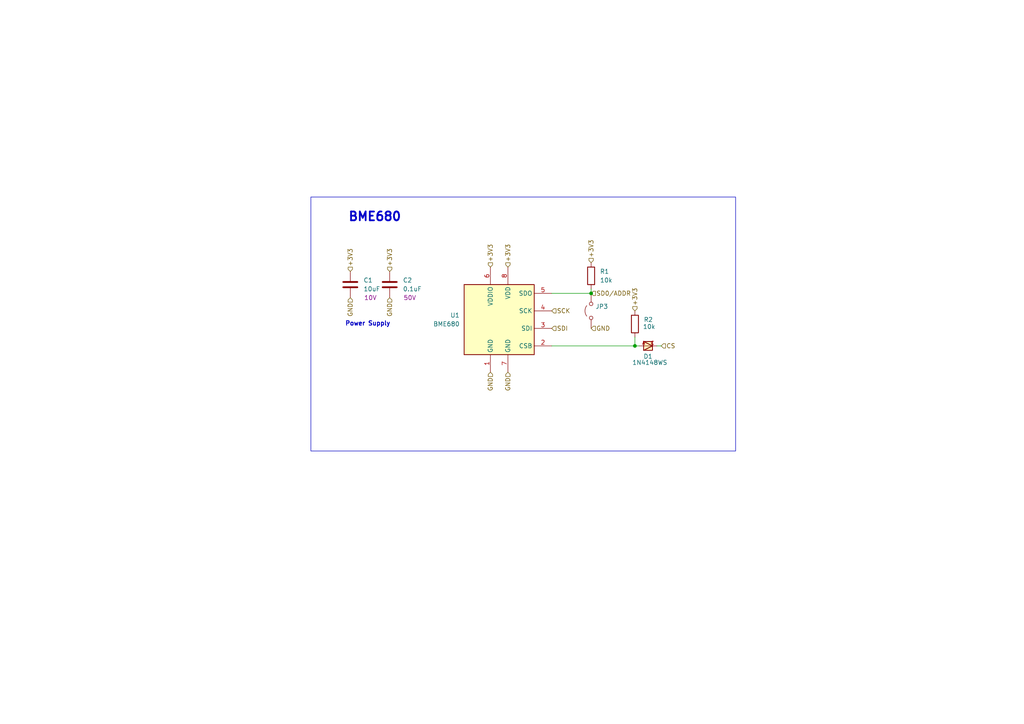
<source format=kicad_sch>
(kicad_sch (version 20250114) (generator "eeschema") (generator_version "9.0")
  (paper "A4")
  (lib_symbols
    (symbol "Library:1N4148WS" (pin_names (offset 1.016))
      (property "Reference" "D" (at -2.2887 1.9073 0))
      (property "Value" "1N4148WS" (at -2.2866 -3.4299 0))
      (symbol "1N4148WS_0_0"
        (rectangle (start -1.27 -1.27) (end 1.27 1.27) (stroke (width 0.254)) (fill (type background)))
        (polyline (pts (xy -1.27 -1.27) (xy 1.27 0)) (stroke (width 0.254)))
        (polyline (pts (xy 1.27 0) (xy -1.27 1.27)) (stroke (width 0.254)))
        (pin passive line (at -2.54 0 0) (length 2.54) (name "~") (number "A"))
        (pin passive line (at 2.54 0 180) (length 2.54) (name "~") (number "C"))
      )
    )
    (symbol "Library:BME680"
      (property "Reference" "U" (at -8.89 11.43 0))
      (property "Value" "BME680" (at 7.62 11.43 0))
      (symbol "BME680_0_1"
        (rectangle (start -10.16 10.16) (end 10.16 -10.16) (stroke (width 0.254)) (fill (type background)))
      )
      (symbol "BME680_1_1"
        (pin power_in line (at -2.54 15.24 270) (length 5.08) (name "VDDIO") (number "6"))
        (pin power_in line (at -2.54 -15.24 90) (length 5.08) (name "GND") (number "1"))
        (pin power_in line (at 2.54 15.24 270) (length 5.08) (name "VDD") (number "8"))
        (pin power_in line (at 2.54 -15.24 90) (length 5.08) (name "GND") (number "7"))
        (pin bidirectional line (at 15.24 7.62 180) (length 5.08) (name "SDO") (number "5"))
        (pin input line (at 15.24 2.54 180) (length 5.08) (name "SCK") (number "4"))
        (pin bidirectional line (at 15.24 -2.54 180) (length 5.08) (name "SDI") (number "3"))
        (pin input line (at 15.24 -7.62 180) (length 5.08) (name "CSB") (number "2"))
      )
    )
    (symbol "Library:C" (pin_numbers (hide yes)) (pin_names (offset 0.254))
      (property "Reference" "C" (at 0.635 2.54 0))
      (property "Value" "C" (at 0.635 -2.54 0))
      (symbol "C_0_1"
        (polyline (pts (xy -2.032 0.762) (xy 2.032 0.762)) (stroke (width 0.508)))
        (polyline (pts (xy -2.032 -0.762) (xy 2.032 -0.762)) (stroke (width 0.508)))
      )
      (symbol "C_1_1"
        (pin passive line (at 0 3.81 270) (length 2.794) (name "~") (number "1"))
        (pin passive line (at 0 -3.81 90) (length 2.794) (name "~") (number "2"))
      )
    )
    (symbol "Library:Jumper_2_Open" (pin_numbers (hide yes)) (pin_names (offset 0) (hide yes))
      (property "Reference" "JP" (at 0 2.794 0))
      (property "Value" "Jumper_2_Open" (at 0 -2.286 0))
      (symbol "Jumper_2_Open_0_0"
        (circle (center -2.032 0) (radius 0.508))
        (circle (center 2.032 0) (radius 0.508))
      )
      (symbol "Jumper_2_Open_0_1"
        (arc (start -1.524 1.27) (mid 0 1.778) (end 1.524 1.27))
      )
      (symbol "Jumper_2_Open_1_1"
        (pin passive line (at -5.08 0 0) (length 2.54) (name "A") (number "1"))
        (pin passive line (at 5.08 0 180) (length 2.54) (name "B") (number "2"))
      )
    )
    (symbol "Library:R" (pin_numbers (hide yes)) (pin_names (offset 0))
      (property "Reference" "R" (at 2.032 0 90))
      (property "Value" "R" (at 0 0 90))
      (symbol "R_0_1"
        (rectangle (start -1.016 -2.54) (end 1.016 2.54) (stroke (width 0.254)))
      )
      (symbol "R_1_1"
        (pin passive line (at 0 3.81 270) (length 1.27) (name "~") (number "1"))
        (pin passive line (at 0 -3.81 90) (length 1.27) (name "~") (number "2"))
      )
    )
  )
  (rectangle (start 90.17 57.15) (end 213.36 130.81))
  (text "Power Supply\n" (at 106.68 93.98 0) (effects (font (size 1.27 1.27) (thickness 0.254) (bold yes))))
  (text "BME680\n" (at 108.712 62.992 0) (effects (font (size 2.54 2.54) (thickness 0.508) (bold yes))))
  (junction (at 171.45 85.09))
  (junction (at 184.15 100.33))
  (wire (pts (xy 160.02 100.33) (xy 184.15 100.33)))
  (wire (pts (xy 171.45 85.09) (xy 171.45 83.82)))
  (wire (pts (xy 184.15 100.33) (xy 185.42 100.33)))
  (wire (pts (xy 190.5 100.33) (xy 191.77 100.33)))
  (wire (pts (xy 184.15 100.33) (xy 184.15 97.79)))
  (wire (pts (xy 160.02 85.09) (xy 171.45 85.09)))
  (hierarchical_label "+3V3" (shape input) (at 184.15 90.17 90))
  (hierarchical_label "GND" (shape input) (at 101.6 86.36 270))
  (hierarchical_label "+3V3" (shape input) (at 101.6 78.74 90))
  (hierarchical_label "SDI" (shape input) (at 160.02 95.25 0))
  (hierarchical_label "+3V3" (shape input) (at 147.32 77.47 90))
  (hierarchical_label "SD0{slash}ADDR" (shape input) (at 171.45 85.09 0))
  (hierarchical_label "GND" (shape input) (at 142.24 107.95 270))
  (hierarchical_label "GND" (shape input) (at 171.45 95.25 0))
  (hierarchical_label "+3V3" (shape input) (at 171.45 76.2 90))
  (hierarchical_label "GND" (shape input) (at 113.03 86.36 270))
  (hierarchical_label "CS" (shape input) (at 191.77 100.33 0))
  (hierarchical_label "+3V3" (shape input) (at 142.24 77.47 90))
  (hierarchical_label "GND" (shape input) (at 147.32 107.95 270))
  (hierarchical_label "SCK" (shape input) (at 160.02 90.17 0))
  (hierarchical_label "+3V3" (shape input) (at 113.03 78.74 90))
  (symbol (lib_id "Library:R") (at 171.45 80.01 0) (unit 1)
    (property "Reference" "R1" (at 173.99 78.7399 0) (effects (justify left)))
    (property "Value" "10k" (at 173.99 81.2799 0) (effects (justify left)))
    (property "Footprint" "Resistor_SMD:R_0603_1608Metric" (effects (hide yes)))
    (property "Description" "Resistor" (effects (hide yes)))
    (property "package" "0603" (effects (hide yes)))
    (property "LCSC_part#" "C25804" (effects (hide yes)))
    (property "MPN" "0603WAF1002T5E" (effects (hide yes)))
  )
  (symbol (lib_id "Library:C") (at 101.6 82.55 0) (unit 1)
    (property "Reference" "C1" (at 105.41 81.2799 0) (effects (justify left)))
    (property "Value" "10uF" (at 105.41 83.8199 0) (effects (justify left)))
    (property "Footprint" "Capacitor_SMD:C_0603_1608Metric" (effects (hide yes)))
    (property "Description" "Unpolarized capacitor" (effects (hide yes)))
    (property "package" "0603" (effects (hide yes)))
    (property "LCSC_part#" "C22399626" (effects (hide yes)))
    (property "MPN" "CGA0603X7R106K100JT" (effects (hide yes)))
    (property "Voltage" "10V" (at 107.442 86.36 0))
  )
  (symbol (lib_id "Library:1N4148WS") (at 187.96 100.33 0) (unit 1)
    (property "Reference" "D1" (at 187.96 103.378 0))
    (property "Value" "1N4148WS" (at 188.468 105.156 0))
    (property "Footprint" "1N4148WS:SOD323" (effects (hide yes)))
    (property "MF" "Diotec Semiconductor" (effects (hide yes)))
    (property "Description_1" "Small Signal Diode, SOD-323F, 100V, 0.15A, 150°C" (effects (hide yes)))
    (property "Package" "SOD-323F Diotec" (effects (hide yes)))
    (property "Price" "None" (effects (hide yes)))
    (property "SnapEDA_Link" "https://www.snapeda.com/parts/1N4148WS/Diotec/view-part/?ref=snap" (effects (hide yes)))
    (property "MP" "1N4148WS" (effects (hide yes)))
    (property "Availability" "In Stock" (effects (hide yes)))
    (property "Check_prices" "https://www.snapeda.com/parts/1N4148WS/Diotec/view-part/?ref=eda" (effects (hide yes)))
    (property "MPN" "1N4148WS" (effects (hide yes)))
    (property "LCSC_part#" "C2128" (effects (hide yes)))
  )
  (symbol (lib_id "Library:Jumper_2_Open") (at 171.45 90.17 90) (unit 1)
    (property "Reference" "JP3" (at 172.72 88.8999 90) (effects (justify right)))
    (property "Value" "Jumper_2_Open" (effects (hide yes)))
    (property "Footprint" "Jumper:SolderJumper-2_P1.3mm_Open_RoundedPad1.0x1.5mm" (effects (hide yes)))
    (property "Description" "Jumper, 2-pole, open" (effects (hide yes)))
  )
  (symbol (lib_id "Library:BME680") (at 144.78 92.71 0) (unit 1)
    (property "Reference" "U1" (at 133.35 91.4399 0) (effects (justify right)))
    (property "Value" "BME680" (at 133.35 93.9799 0) (effects (justify right)))
    (property "Footprint" "Package_LGA:Bosch_LGA-8_3x3mm_P0.8mm_ClockwisePinNumbering" (effects (hide yes)))
    (property "Datasheet" "https://ae-bst.resource.bosch.com/media/_tech/media/datasheets/BST-BME680-DS001.pdf" (effects (hide yes)))
    (property "Description" "4-in-1 sensor, gas, humidity, pressure, temperature, I2C and SPI interface, 1.71-3.6V, LGA-8" (effects (hide yes)))
    (property "LCSC_part#" " C125972" (effects (hide yes)))
    (property "MPN" "BME680" (effects (hide yes)))
  )
  (symbol (lib_id "Library:R") (at 184.15 93.98 0) (unit 1)
    (property "Reference" "R2" (at 186.69 92.7099 0) (effects (justify left)))
    (property "Value" "10k" (at 186.436 94.742 0) (effects (justify left)))
    (property "Footprint" "Resistor_SMD:R_0603_1608Metric" (effects (hide yes)))
    (property "Description" "Resistor" (effects (hide yes)))
    (property "package" "0603" (effects (hide yes)))
    (property "LCSC_part#" "C25804" (effects (hide yes)))
    (property "MPN" "0603WAF1002T5E" (effects (hide yes)))
  )
  (symbol (lib_id "Library:C") (at 113.03 82.55 0) (unit 1)
    (property "Reference" "C2" (at 116.84 81.2799 0) (effects (justify left)))
    (property "Value" "0.1uF" (at 116.84 83.8199 0) (effects (justify left)))
    (property "Footprint" "Capacitor_SMD:C_0603_1608Metric" (effects (hide yes)))
    (property "Description" "Unpolarized capacitor" (effects (hide yes)))
    (property "package" "0603" (effects (hide yes)))
    (property "LCSC_part#" "C14663" (effects (hide yes)))
    (property "MPN" "CC0603KRX7R9BB104" (effects (hide yes)))
    (property "Voltage" "50V" (at 118.872 86.36 0))
  )
)
</source>
